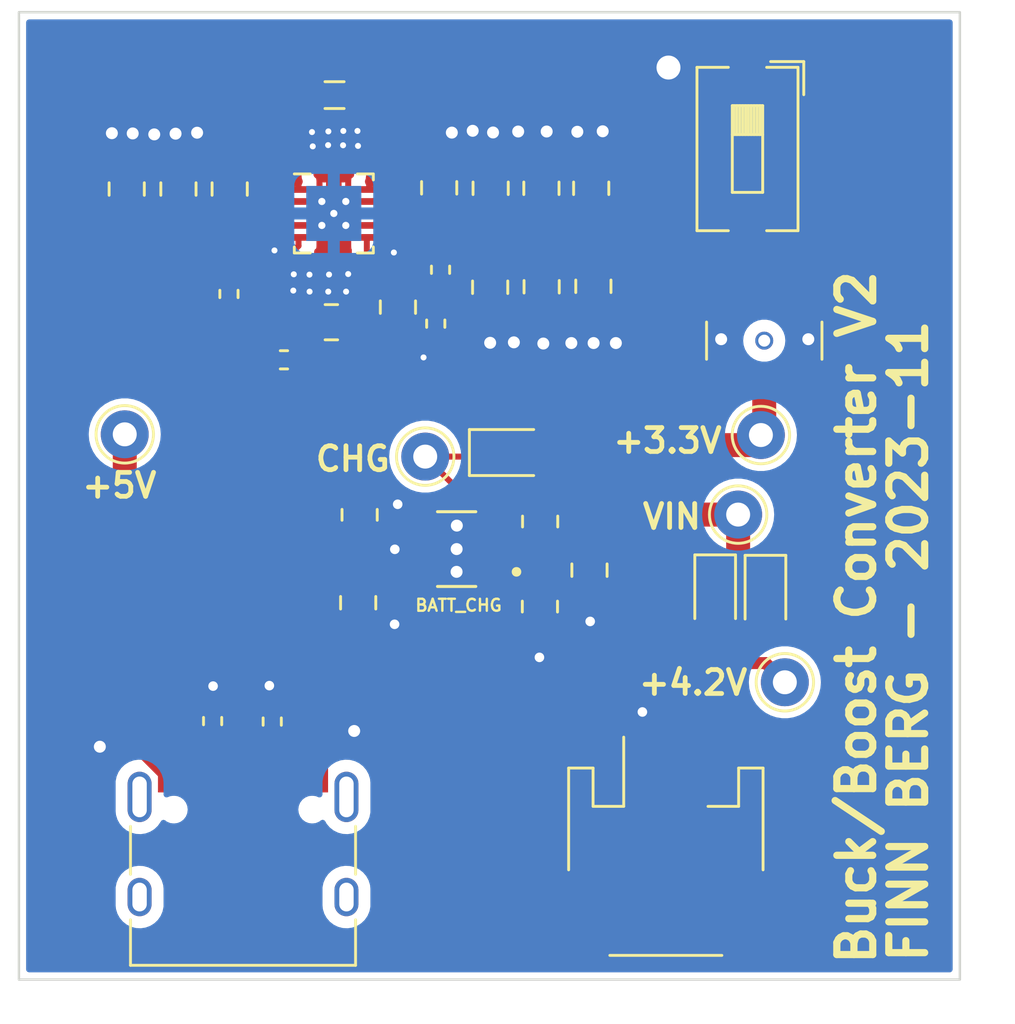
<source format=kicad_pcb>
(kicad_pcb (version 20221018) (generator pcbnew)
  (layers (0 "F.Cu" signal) (31 "B.Cu" power) (34 "B.Paste" user) (35 "F.Paste" user) (36 "B.SilkS" user "B.Silkscreen") (37 "F.SilkS" user "F.Silkscreen") (38 "B.Mask" user) (39 "F.Mask" user) (44 "Edge.Cuts" user))
  (net 0 "")
  (net 1 "Net-(U1-VAUX)")
  (net 2 "GND")
  (net 3 "Net-(D5-K)")
  (net 4 "+3.3V")
  (net 5 "Net-(U1-FB)")
  (net 6 "Net-(D5-A)")
  (net 7 "Net-(D4-K)")
  (net 8 "Net-(J1-CC1)")
  (net 12 "Net-(J1-CC2)")
  (net 17 "Net-(U1-L1)")
  (net 18 "Net-(U1-L2)")
  (net 19 "Net-(U1-EN)")
  (net 20 "PG")
  (net 21 "Net-(D4-A)")
  (net 22 "Net-(U3-ISET)")
  (net 23 "+5V")
  (net 24 "Net-(R9-Pad2)")
  (net 25 "Net-(U3-TS)")
  (footprint "Resistor_SMD:R_0402_1005Metric" (layer "F.Cu") (at 116.58 63.14 90)
    (fp_text reference "R3" hide)
    (fp_text value "360k")
  )
  (footprint "Capacitor_SMD:C_0805_2012Metric" (layer "F.Cu") (at 105.6325 59.77 90)
    (fp_text reference "C3" hide)
    (fp_text value "10u")
  )
  (footprint "Connector_USB:USB_C_Receptacle_HRO_TYPE-C-31-M-12" (layer "F.Cu") (at 108.33 88.275)
    (fp_text reference "J1" hide)
    (fp_text value "USB_C_Receptacle")
  )
  (footprint "Inductor_SMD:L_0805_2012Metric" (layer "F.Cu") (at 112.1525 55.85)
    (fp_text reference "L1" hide)
    (fp_text value "1uH")
  )
  (footprint "Capacitor_SMD:C_0805_2012Metric" (layer "F.Cu") (at 120.7925 59.74 90)
    (fp_text reference "C7" hide)
    (fp_text value "10u")
  )
  (footprint "Button_Switch_SMD:SW_DIP_SPSTx01_Slide_6.7x4.1mm_W6.73mm_P2.54mm_LowProfile_JPin" (layer "F.Cu") (at 129.4 58.1 -90)
    (fp_text reference "SW1" hide)
    (fp_text value "SW_Push")
  )
  (footprint "Resistor_SMD:R_0402_1005Metric" (layer "F.Cu") (at 116.38 65.39 90)
    (fp_text reference "R5" hide)
    (fp_text value "64.9k")
  )
  (footprint "TestPoint:TestPoint_THTPad_D2.0mm_Drill1.0mm" (layer "F.Cu") (at 130.96 80.36)
    (fp_text reference "TP2" hide)
    (fp_text value "TestPoint")
  )
  (footprint "Resistor_SMD:R_0805_2012Metric" (layer "F.Cu") (at 120.73 77.2 -90)
    (fp_text reference "R12" hide)
    (fp_text value "10k")
  )
  (footprint "Capacitor_SMD:C_0805_2012Metric" (layer "F.Cu") (at 116.5225 59.72 90)
    (fp_text reference "C5" hide)
    (fp_text value "0.1u")
  )
  (footprint "Capacitor_SMD:C_0805_2012Metric" (layer "F.Cu") (at 122.8725 59.74 90)
    (fp_text reference "C8" hide)
    (fp_text value "10u")
  )
  (footprint "Resistor_SMD:R_0402_1005Metric" (layer "F.Cu") (at 107.7425 64.15 -90)
    (fp_text reference "R1" hide)
    (fp_text value "100k")
  )
  (footprint "Capacitor_SMD:C_0805_2012Metric" (layer "F.Cu") (at 112.02 65.33 180)
    (fp_text reference "C1" hide)
    (fp_text value "0.1u")
  )
  (footprint "Capacitor_SMD:C_0805_2012Metric" (layer "F.Cu") (at 107.7725 59.77 90)
    (fp_text reference "C4" hide)
    (fp_text value "0.1u")
  )
  (footprint "Capacitor_SMD:C_0805_2012Metric" (layer "F.Cu") (at 118.6525 63.87 -90)
    (fp_text reference "C9" hide)
    (fp_text value "10u")
  )
  (footprint "Diode_SMD:D_0805_2012Metric" (layer "F.Cu") (at 119.47 70.77)
    (fp_text reference "D4" hide)
    (fp_text value "LED")
  )
  (footprint "Diode_SMD:D_SOD-323" (layer "F.Cu") (at 128.05 76.6525 -90)
    (fp_text reference "D6" hide)
    (fp_text value "1N5819WS")
  )
  (footprint "Resistor_SMD:R_0805_2012Metric" (layer "F.Cu") (at 120.74 73.65 90)
    (fp_text reference "R14" hide)
    (fp_text value "1k5")
  )
  (footprint "Capacitor_SMD:C_0805_2012Metric" (layer "F.Cu") (at 103.4725 59.77 90)
    (fp_text reference "C2" hide)
    (fp_text value "10u")
  )
  (footprint "Capacitor_SMD:C_0805_2012Metric" (layer "F.Cu") (at 113.14 77.04 -90)
    (fp_text reference "C15" hide)
    (fp_text value "10u")
  )
  (footprint "Diode_SMD:D_SOD-323" (layer "F.Cu") (at 130.15 76.67 -90)
    (fp_text reference "D5" hide)
    (fp_text value "1N5819WS")
  )
  (footprint "Resistor_SMD:R_1218_3246Metric" (layer "F.Cu") (at 130.1 66.1 90)
    (fp_text reference "R9" hide)
    (fp_text value "18")
  )
  (footprint "Capacitor_SMD:C_0805_2012Metric" (layer "F.Cu") (at 118.6725 59.74 90)
    (fp_text reference "C6" hide)
    (fp_text value "10u")
  )
  (footprint "Resistor_SMD:R_0402_1005Metric" (layer "F.Cu") (at 107.06 81.98 90)
    (fp_text reference "R10" hide)
    (fp_text value "5.1k")
  )
  (footprint "Capacitor_SMD:C_0805_2012Metric" (layer "F.Cu") (at 122.9625 63.83 -90)
    (fp_text reference "C11" hide)
    (fp_text value "10u")
  )
  (footprint "TestPoint:TestPoint_THTPad_D2.0mm_Drill1.0mm" (layer "F.Cu") (at 115.94 70.94)
    (fp_text reference "TP5" hide)
    (fp_text value "TestPoint")
  )
  (footprint "Resistor_SMD:R_0402_1005Metric" (layer "F.Cu") (at 110.04 66.9)
    (fp_text reference "R2" hide)
    (fp_text value "100k")
  )
  (footprint "Capacitor_SMD:C_0805_2012Metric" (layer "F.Cu") (at 120.8025 63.85 -90)
    (fp_text reference "C10" hide)
    (fp_text value "10u")
  )
  (footprint "BQ21040DBVR:SOT95P280X145-6N" (layer "F.Cu") (at 117.2525 74.8 180)
    (fp_text reference "U3" hide)
    (fp_text value "BQ21040DBVR")
  )
  (footprint "Resistor_SMD:R_0805_2012Metric" (layer "F.Cu") (at 113.2 73.37 90)
    (fp_text reference "R13" hide)
    (fp_text value "680")
  )
  (footprint "Capacitor_SMD:C_0805_2012Metric" (layer "F.Cu") (at 114.8 64.7 -90)
    (fp_text reference "C12" hide)
    (fp_text value "2.2p")
  )
  (footprint "Package_SON:Texas_S-PWSON-N10_ThermalVias" (layer "F.Cu") (at 112.1225 60.79)
    (fp_text reference "U1" hide)
    (fp_text value "TPS63060")
  )
  (footprint "TestPoint:TestPoint_THTPad_D2.0mm_Drill1.0mm" (layer "F.Cu") (at 129.96 70.04)
    (fp_text reference "TP3" hide)
    (fp_text value "TestPoint")
  )
  (footprint "TestPoint:TestPoint_THTPad_D2.0mm_Drill1.0mm" (layer "F.Cu") (at 103.39 70.01)
    (fp_text reference "TP1" hide)
    (fp_text value "TestPoint")
  )
  (footprint "TestPoint:TestPoint_THTPad_D2.0mm_Drill1.0mm" (layer "F.Cu") (at 129.01 73.36)
    (fp_text reference "TP4" hide)
    (fp_text value "TestPoint")
  )
  (footprint "Resistor_SMD:R_0402_1005Metric" (layer "F.Cu") (at 109.55 82 90)
    (fp_text reference "R11" hide)
    (fp_text value "5.1k")
  )
  (footprint "Capacitor_SMD:C_0805_2012Metric" (layer "F.Cu") (at 122.8 75.68 -90)
    (fp_text reference "C16" hide)
    (fp_text value "10u")
  )
  (footprint "Connector_JST:JST_PH_S2B-PH-SM4-TB_1x02-1MP_P2.00mm_Horizontal" (layer "F.Cu") (at 125.99 87.25)
    (fp_text reference "J3" hide)
    (fp_text value "Conn_01x02_Socket")
  )
  (gr_rect (start 98.97 52.39) (end 138.27 92.77) (stroke (width 0.1)) (fill none) (layer "Edge.Cuts"))
  (gr_text "+3.3V" (at 123.69 70.86) (layer "F.SilkS") (effects (font (size 1 1) (thickness 0.2) bold) (justify left bottom)))
  (gr_text "VIN" (at 124.92 74.03) (layer "F.SilkS") (effects (font (size 1 1) (thickness 0.2) bold) (justify left bottom)))
  (gr_text "BATT_CHG" (at 115.47 77.44) (layer "F.SilkS") (effects (font (size 0.5 0.5) (thickness 0.1) bold) (justify left bottom)))
  (gr_text "FINN BERG - 2023-11\n" (at 137 92.2 90) (layer "F.SilkS") (effects (font (size 1.5 1.5) (thickness 0.3) bold) (justify left bottom)))
  (gr_text "Buck/Boost Converter V2" (at 134.83 92.28 90) (layer "F.SilkS") (effects (font (size 1.5 1.5) (thickness 0.3) bold) (justify left bottom)))
  (gr_text "CHG" (at 111.26 71.62) (layer "F.SilkS") (effects (font (size 1 1) (thickness 0.2) bold) (justify left bottom)))
  (gr_text "+4.2V" (at 124.76 80.96) (layer "F.SilkS") (effects (font (size 1 1) (thickness 0.2) bold) (justify left bottom)))
  (gr_text "+5V" (at 101.51 72.73) (layer "F.SilkS") (effects (font (size 1 1) (thickness 0.2) bold) (justify left bottom)))
  (via (at 130.1 66.1) (size 0.75) (drill 0.5) (layers "F.Cu" "B.Cu") (net 0))
  (segment (start 113.5 61.8875) (end 113.5 64.8) (width 0.25) (layer "F.Cu") (net 1))
  (segment (start 113.5 64.8) (end 112.97 65.33) (width 0.25) (layer "F.Cu") (net 1))
  (segment (start 113.5975 61.79) (end 113.5 61.8875) (width 0.25) (layer "F.Cu") (net 1))
  (segment (start 107.7725 58.82) (end 107.7725 58.78) (width 0.5) (layer "F.Cu") (net 2))
  (segment (start 111.338628 57.392622) (end 111.210391 57.392622) (width 0.25) (layer "F.Cu") (net 2))
  (segment (start 120.73 78.1125) (end 120.73 79.3005) (width 0.5) (layer "F.Cu") (net 2))
  (segment (start 109.55 80.62) (end 109.43 80.5) (width 0.25) (layer "F.Cu") (net 2))
  (segment (start 111.076382 63.112183) (end 110.975532 63.213032) (width 0.25) (layer "F.Cu") (net 2))
  (segment (start 112.7225 63.319115) (end 112.512518 63.319115) (width 0.25) (layer "F.Cu") (net 2))
  (segment (start 120.8025 64.96) (end 122.0425 66.2) (width 0.5) (layer "F.Cu") (net 2))
  (segment (start 118.6725 58.09) (end 118.6725 58.79) (width 0.5) (layer "F.Cu") (net 2))
  (segment (start 122.8725 58.79) (end 122.8725 57.96) (width 0.5) (layer "F.Cu") (net 2))
  (segment (start 115.9975 74.8) (end 114.68 74.8) (width 0.5) (layer "F.Cu") (net 2))
  (segment (start 122.8 76.63) (end 122.8 77.79) (width 0.5) (layer "F.Cu") (net 2))
  (segment (start 111.10625 63.34375) (end 111.125532 63.324468) (width 0.25) (layer "F.Cu") (net 2))
  (segment (start 122.8725 57.96) (end 122.2925 57.38) (width 0.5) (layer "F.Cu") (net 2))
  (segment (start 114.68 74.8) (end 114.67 74.81) (width 0.5) (layer "F.Cu") (net 2))
  (segment (start 111.07 66) (end 111.95 66.88) (width 0.5) (layer "F.Cu") (net 2))
  (segment (start 107.06 81.47) (end 107.06 80.54) (width 0.25) (layer "F.Cu") (net 2))
  (segment (start 122.3125 64.78) (end 120.8725 66.22) (width 0.5) (layer "F.Cu") (net 2))
  (segment (start 111.5225 59.365) (end 111.7225 59.365) (width 0.25) (layer "F.Cu") (net 2))
  (segment (start 112.624103 63.319115) (end 111.89 64.053218) (width 0.25) (layer "F.Cu") (net 2))
  (segment (start 116.5225 58.74) (end 116.5225 58.77) (width 0.5) (layer "F.Cu") (net 2))
  (segment (start 112.3225 63.129097) (end 112.110713 63.340884) (width 0.25) (layer "F.Cu") (net 2))
  (segment (start 103.9 83.05) (end 105.08 84.23) (width 0.5) (layer "F.Cu") (net 2))
  (segment (start 111.884048 57.938042) (end 111.338628 57.392622) (width 0.25) (layer "F.Cu") (net 2))
  (segment (start 107.7725 58.78) (end 106.4125 57.42) (width 0.5) (layer "F.Cu") (net 2))
  (segment (start 122.9625 65.28) (end 122.0425 66.2) (width 0.5) (layer "F.Cu") (net 2))
  (segment (start 111.4525 57.78) (end 111.2425 57.99) (width 0.25) (layer "F.Cu") (net 2))
  (segment (start 105.6325 58.82) (end 105.6325 57.58) (width 0.5) (layer "F.Cu") (net 2))
  (segment (start 112.634834 64.053218) (end 112.634834 63.406781) (width 0.25) (layer "F.Cu") (net 2))
  (segment (start 113.110166 57.947666) (end 113.1325 57.97) (width 0.25) (layer "F.Cu") (net 2))
  (segment (start 111.9225 63.340884) (end 111.822334 63.340884) (width 0.25) (layer "F.Cu") (net 2))
  (segment (start 111.9225 64.020718) (end 111.9225 63.340884) (width 0.25) (layer "F.Cu") (net 2))
  (segment (start 109.55 81.49) (end 109.55 80.62) (width 0.25) (layer "F.Cu") (net 2))
  (segment (start 112.707969 57.944531) (end 112.9075 57.745) (width 0.25) (layer "F.Cu") (net 2))
  (segment (start 119.8225 57.37) (end 118.6725 58.52) (width 0.5) (layer "F.Cu") (net 2))
  (segment (start 112.3225 62.215) (end 112.3225 63.129097) (width 0.25) (layer "F.Cu") (net 2))
  (segment (start 111.125532 63.324468) (end 111.125532 63.063032) (width 0.25) (layer "F.Cu") (net 2))
  (segment (start 105.6325 58.82) (end 103.4725 58.82) (width 0.5) (layer "F.Cu") (net 2))
  (segment (start 111.9225 63.340884) (end 112.1225 63.140884) (width 0.25) (layer "F.Cu") (net 2))
  (segment (start 122.9225 64.82) (end 122.9625 64.78) (width 0.5) (layer "F.Cu") (net 2))
  (segment (start 111.425532 63.024468) (end 111.425532 62.763032) (width 0.25) (layer "F.Cu") (net 2))
  (segment (start 110.473218 64.053218) (end 110.43 64.01) (width 0.25) (layer "F.Cu") (net 2))
  (segment (start 105.6325 58.82) (end 105.6325 58.2) (width 0.5) (layer "F.Cu") (net 2))
  (segment (start 111.5225 62.666065) (end 111.425532 62.763032) (width 0.25) (layer "F.Cu") (net 2))
  (segment (start 113.1325 57.97) (end 112.7225 58.38) (width 0.25) (layer "F.Cu") (net 2))
  (segment (start 111.2425 57.99) (end 111.35209 58.09959) (width 0.25) (layer "F.Cu") (net 2))
  (segment (start 112.634834 64.053218) (end 110.473218 64.053218) (width 0.25) (layer "F.Cu") (net 2))
  (segment (start 111.7225 58.09959) (end 111.884048 57.938042) (width 0.25) (layer "F.Cu") (net 2))
  (segment (start 116.38 66.29) (end 115.87 66.8) (width 0.25) (layer "F.Cu") (net 2))
  (segment (start 118.6525 64.82) (end 118.6525 65.18) (width 0.5) (layer "F.Cu") (net 2))
  (segment (start 120.7925 58.79) (end 120.7925 57.59) (width 0.5) (layer "F.Cu") (net 2))
  (segment (start 111.867654 57.364846) (end 111.4525 57.78) (width 0.25) (layer "F.Cu") (net 2))
  (segment (start 112.634834 64.053218) (end 112.346782 64.053218) (width 0.25) (layer "F.Cu") (net 2))
  (segment (start 112.7225 58.38) (end 112.7225 59.365) (width 0.25) (layer "F.Cu") (net 2))
  (segment (start 113.1325 57.97) (end 112.7025 57.97) (width 0.25) (layer "F.Cu") (net 2))
  (segment (start 122.9625 64.78) (end 122.3125 64.78) (width 0.5) (layer "F.Cu") (net 2))
  (segment (start 111.257116 57.345897) (end 111.210391 57.392622) (width 0.25) (layer "F.Cu") (net 2))
  (segment (start 110.43 64.01) (end 110.45 63.99) (width 0.25) (layer "F.Cu") (net 2))
  (segment (start 122.8725 58.79) (end 122.4325 58.79) (width 0.5) (layer "F.Cu") (net 2))
  (segment (start 114.61 77.99) (end 114.66 77.94) (width 0.5) (layer "F.Cu") (net 2))
  (segment (start 111.210391 57.392622) (end 111.210391 57.537891) (width 0.25) (layer "F.Cu") (net 2))
  (segment (start 112.5025 59.365) (end 112.3225 59.365) (width 0.25) (layer "F.Cu") (net 2))
  (segment (start 112.082295 57.739795) (end 111.884048 57.938042) (width 0.25) (layer "F.Cu") (net 2))
  (segment (start 111.10625 63.34375) (end 111.10625 63.142051) (width 0.25) (layer "F.Cu") (net 2))
  (segment (start 112.110713 63.340884) (end 111.9225 63.340884) (width 0.25) (layer "F.Cu") (net 2))
  (segment (start 113.48 66.88) (end 114.78 65.58) (width 0.5) (layer "F.Cu") (net 2))
  (segment (start 110.46375 63.34375) (end 110.45 63.33) (width 0.25) (layer "F.Cu") (net 2))
  (segment (start 112.512518 63.319115) (end 112.3225 63.129097) (width 0.25) (layer "F.Cu") (net 2))
  (segment (start 111.822334 63.340884) (end 111.11 64.053218) (width 0.25) (layer "F.Cu") (net 2))
  (segment (start 111.5225 62.992746) (end 111.6875 63.157746) (width 0.25) (layer "F.Cu") (net 2))
  (segment (start 111.58 83.785) (end 111.58 84.23) (width 0.5) (layer "F.Cu") (net 2))
  (segment (start 112.346782 64.053218) (end 111.07 65.33) (width 0.25) (layer "F.Cu") (net 2))
  (segment (start 111.11 64.053218) (end 111.11 63.99) (width 0.25) (layer "F.Cu") (net 2))
  (segment (start 111.9225 59.365) (end 112.1225 59.365) (width 0.25) (layer "F.Cu") (net 2))
  (segment (start 113.6725 72.93) (end 113.2 72.4575) (width 0.5) (layer "F.Cu") (net 2))
  (segment (start 112.1225 63.140884) (end 112.1225 60.79) (width 0.25) (layer "F.Cu") (net 2))
  (segment (start 112.1225 59.365) (end 112.1225 58.176494) (width 0.25) (layer "F.Cu") (net 2))
  (segment (start 117.9225 57.34) (end 118.6725 58.09) (width 0.5) (layer "F.Cu") (net 2))
  (segment (start 111.10625 63.34375) (end 111.425532 63.024468) (width 0.25) (layer "F.Cu") (net 2))
  (segment (start 120.8825 58.79) (end 122.2925 57.38) (width 0.5) (layer "F.Cu") (net 2))
  (segment (start 111.7225 59.365) (end 111.7225 58.09959) (width 0.25) (layer "F.Cu") (net 2))
  (segment (start 122.8 77.79) (end 122.83 77.82) (width 0.5) (layer "F.Cu") (net 2))
  (segment (start 118.6725 57.51) (end 118.7725 57.41) (width 0.5) (layer "F.Cu") (net 2))
  (segment (start 110.45 63.33) (end 110.858564 63.33) (width 0.25) (layer "F.Cu") (net 2))
  (segment (start 111.6875 63.157746) (end 111.501496 63.34375) (width 0.25) (layer "F.Cu") (net 2))
  (segment (start 118.6525 65.18) (end 119.6425 66.17) (width 0.5) (layer "F.Cu") (net 2))
  (segment (start 117.051262 57.415486) (end 117.297986 57.415486) (width 0.5) (layer "F.Cu") (net 2))
  (segment (start 111.10625 63.34375) (end 110.975532 63.213032) (width 0.25) (layer "F.Cu") (net 2))
  (segment (start 114.6305 62.42) (end 114.6305 61.608) (width 0.25) (layer "F.Cu") (net 2))
  (segment (start 118.6525 64.82) (end 118.6525 66.19) (width 0.5) (layer "F.Cu") (net 2))
  (segment (start 112.519512 57.357012) (end 112.9075 57.745) (width 0.25) (layer "F.Cu") (net 2))
  (segment (start 113.1325 57.97) (end 112.8225 58.28) (width 0.25) (layer "F.Cu") (net 2))
  (segment (start 112.7025 57.97) (end 112.277295 57.544795) (width 0.25) (layer "F.Cu") (net 2))
  (segment (start 111.35209 58.09959) (end 111.7225 58.09959) (width 0.25) (layer "F.Cu") (net 2))
  (segment (start 111.501496 63.34375) (end 111.10625 63.34375) (width 0.25) (layer "F.Cu") (net 2))
  (segment (start 111.210391 57.957891) (end 111.2425 57.99) (width 0.25) (layer "F.Cu") (net 2))
  (segment (start 113.1325 57.97) (end 111.2625 57.97) (width 0.25) (layer "F.Cu") (net 2))
  (segment (start 112.8225 58.28) (end 112.5025 58.28) (width 0.25) (layer "F.Cu") (net 2))
  (segment (start 112.1225 58.176494) (end 111.884048 57.938042) (width 0.25) (layer "F.Cu") (net 2))
  (segment (start 112.508517 57.944531) (end 112.707969 57.944531) (width 0.25) (layer "F.Cu") (net 2))
  (segment (start 112.533986 57.97) (end 112.508517 57.944531) (width 0.25) (layer "F.Cu") (net 2))
  (segment (start 111.95 66.88) (end 113.48 66.88) (width 0.5) (layer "F.Cu") (net 2))
  (segment (start 111.894848 57.364846) (end 111.894848 57.927242) (width 0.25) (layer "F.Cu") (net 2))
  (segment (start 122.8725 58.79) (end 116.5425 58.79) (width 0.5) (layer "F.Cu") (net 2))
  (segment (start 111.5225 62.215) (end 111.5225 62.666065) (width 0.25) (layer "F.Cu") (net 2))
  (segment (start 111.884048 57.938042) (end 111.9225 57.976494) (width 0.25) (layer "F.Cu") (net 2))
  (segment (start 112.277295 57.544795) (end 112.082295 57.739795) (width 0.25) (layer "F.Cu") (net 2))
  (segment (start 111.894848 57.364846) (end 111.928832 57.364846) (width 0.25) (layer "F.Cu") (net 2))
  (segment (start 111.210391 57.537891) (end 111.4525 57.78) (width 0.25) (layer "F.Cu") (net 2))
  (segment (start 111.894848 57.364846) (end 111.867654 57.364846) (width 0.25) (layer "F.Cu") (net 2))
  (segment (start 111.9225 63.340884) (end 111.9225 62.922746) (width 0.25) (layer "F.Cu") (net 2))
  (segment (start 109.643767 62.333767) (end 109.643767 61.766233) (width 0.25) (layer "F.Cu") (net 2))
  (segment (start 111.2625 57.97) (end 111.2425 57.99) (width 0.25) (layer "F.Cu") (net 2))
  (segment (start 116.38 65.9) (end 116.38 66.29) (width 0.25) (layer "F.Cu") (net 2))
  (segment (start 112.5025 57.950548) (end 112.508517 57.944531) (width 0.25) (layer "F.Cu") (net 2))
  (segment (start 111.9225 62.922746) (end 111.501496 63.34375) (width 0.25) (layer "F.Cu") (net 2))
  (segment (start 120.7925 57.59) (end 121.0125 57.37) (width 0.5) (layer "F.Cu") (net 2))
  (segment (start 120.73 79.3005) (end 120.71 79.3205) (width 0.5) (layer "F.Cu") (net 2))
  (segment (start 111.10625 63.34375) (end 110.44 64.01) (width 0.25) (layer "F.Cu") (net 2))
  (segment (start 111.894848 57.927242) (end 111.884048 57.938042) (width 0.25) (layer "F.Cu") (net 2))
  (segment (start 120.8025 64.8) (end 120.8025 65.01) (width 0.5) (layer "F.Cu") (net 2))
  (segment (start 120.7925 58.34) (end 120.7925 58.79) (width 0.5) (layer "F.Cu") (net 2))
  (segment (start 111.870638 63.340884) (end 111.6875 63.157746) (width 0.25) (layer "F.Cu") (net 2))
  (segment (start 119.8225 57.37) (end 120.7925 58.34) (width 0.5) (layer "F.Cu") (net 2))
  (segment (start 111.210391 57.392622) (end 111.210391 57.957891) (width 0.25) (layer "F.Cu") (net 2))
  (segment (start 111.11 64.053218) (end 111.11 63.3475) (width 0.25) (layer "F.Cu") (net 2))
  (segment (start 112.475557 57.346533) (end 112.277295 57.544795) (width 0.25) (layer "F.Cu") (net 2))
  (segment (start 113.107151 57.345897) (end 112.508517 57.944531) (width 0.25) (layer "F.Cu") (net 2))
  (segment (start 111.180532 63.34375) (end 111.10625 63.34375) (width 0.25) (layer "F.Cu") (net 2))
  (segment (start 103.4725 57.7) (end 103.7225 57.45) (width 0.5) (layer "F.Cu") (net 2))
  (segment (start 112.5025 58.28) (end 112.5025 57.950548) (width 0.25) (layer "F.Cu") (net 2))
  (segment (start 110.12 61.29) (end 110.6475 61.29) (width 0.25) (layer "F.Cu") (net 2))
  (segment (start 112.7225 59.365) (end 112.5025 59.365) (width 0.25) (layer "F.Cu") (net 2))
  (segment (start 116.5225 57.944248) (end 116.5225 58.77) (width 0.5) (layer "F.Cu") (net 2))
  (segment (start 112.634834 64.053218) (end 111.9225 63.340884) (width 0.25) (layer "F.Cu") (net 2))
  (segment (start 114.79 72.93) (end 113.6725 72.93) (width 0.5) (layer "F.Cu") (net 2))
  (segment (start 103.4725 58.64) (end 104.6225 57.49) (width 0.5) (layer "F.Cu") (net 2))
  (segment (start 105.6325 57.58) (end 105.5125 57.46) (width 0.5) (layer "F.Cu") (net 2))
  (segment (start 112.5575 63.154115) (end 112.5575 61.35) (width 0.25) (layer "F.Cu") (net 2))
  (segment (start 112.8225 58.258514) (end 112.8225 58.28) (width 0.25) (layer "F.Cu") (net 2))
  (segment (start 112.519512 57.933536) (end 112.508517 57.944531) (width 0.25) (layer "F.Cu") (net 2))
  (segment (start 118.6725 58.79) (end 118.6725 57.51) (width 0.5) (layer "F.Cu") (net 2))
  (segment (start 111.5225 62.666065) (end 111.5225 62.992746) (width 0.25) (layer "F.Cu") (net 2))
  (segment (start 113.110166 57.345897) (end 111.257116 57.345897) (width 0.25) (layer "F.Cu") (net 2))
  (segment (start 103.4725 58.06) (end 102.8525 57.44) (width 0.5) (layer "F.Cu") (net 2))
  (segment (start 112.519512 57.346533) (end 112.475557 57.346533) (width 0.25) (layer "F.Cu") (net 2))
  (segment (start 112.5025 59.365) (end 112.5025 58.28) (width 0.25) (layer "F.Cu") (net 2))
  (segment (start 120.8025 64.8) (end 120.8025 64.96) (width 0.5) (layer "F.Cu") (net 2))
  (segment (start 122.9625 66.19) (end 122.9725 66.2) (width 0.5) (layer "F.Cu") (net 2))
  (segment (start 111.5225 58.27) (end 111.5225 59.365) (width 0.25) (layer "F.Cu") (net 2))
  (segment (start 113.1325 57.97) (end 112.533986 57.97) (width 0.25) (layer "F.Cu") (net 2))
  (segment (start 122.9625 64.78) (end 122.9625 66.19) (width 0.5) (layer "F.Cu") (net 2))
  (segment (start 110.44 64.01) (end 110.43 64.01) (width 0.25) (layer "F.Cu") (net 2))
  (segment (start 112.7225 63.319115) (end 112.5575 63.154115) (width 0.25) (layer "F.Cu") (net 2))
  (segment (start 122.9625 65.26) (end 123.9025 66.2) (width 0.5) (layer "F.Cu") (net 2))
  (segment (start 107.06 80.54) (end 107.08 80.52) (width 0.25) (layer "F.Cu") (net 2))
  (segment (start 111.884048 57.938042) (end 111.294458 57.938042) (width 0.25) (layer "F.Cu") (net 2))
  (segment (start 122.4325 58.79) (end 121.0125 57.37) (width 0.5) (layer "F.Cu") (net 2))
  (segment (start 113.1325 57.97) (end 112.3125 57.97) (width 0.25) (layer "F.Cu") (net 2))
  (segment (start 113.14 77.99) (end 114.61 77.99) (width 0.5) (layer "F.Cu") (net 2))
  (segment (start 111.89 64.053218) (end 111.180532 63.34375) (width 0.25) (layer "F.Cu") (net 2))
  (segment (start 113.110166 57.345897) (end 113.110166 57.947666) (width 0.25) (layer "F.Cu") (net 2))
  (segment (start 111.89 64.053218) (end 111.9225 64.020718) (width 0.25) (layer "F.Cu") (net 2))
  (segment (start 112.9075 57.745) (end 113.1325 57.97) (width 0.25) (layer "F.Cu") (net 2))
  (segment (start 111.9225 57.976494) (end 111.9225 59.365) (width 0.25) (layer "F.Cu") (net 2))
  (segment (start 111.125532 63.063032) (end 111.076382 63.112183) (width 0.25) (layer "F.Cu") (net 2))
  (segment (start 112.519512 57.346533) (end 112.519512 57.357012) (width 0.25) (layer "F.Cu") (net 2))
  (segment (start 105.6325 58.82) (end 105.6325 58.5) (width 0.5) (layer "F.Cu") (net 2))
  (segment (start 117.297986 57.415486) (end 118.6725 58.79) (width 0.5) (layer "F.Cu") (net 2))
  (segment (start 111.11 63.3475) (end 111.10625 63.34375) (width 0.25) (layer "F.Cu") (net 2))
  (segment (start 112.634834 63.406781) (end 112.7225 63.319115) (width 0.25) (layer "F.Cu") (net 2))
  (segment (start 111.11 63.99) (end 110.45 63.33) (width 0.25) (layer "F.Cu") (net 2))
  (segment (start 111.9225 63.340884) (end 111.870638 63.340884) (width 0.25) (layer "F.Cu") (net 2))
  (segment (start 111.6875 61.35) (end 111.6875 63.157746) (width 0.25) (layer "F.Cu") (net 2))
  (segment (start 105.6325 58.2) (end 106.4125 57.42) (width 0.5) (layer "F.Cu") (net 2))
  (segment (start 122.9625 64.78) (end 122.9625 65.28) (width 0.5) (layer "F.Cu") (net 2))
  (segment (start 112.3125 57.97) (end 112.082295 57.739795) (width 0.25) (layer "F.Cu") (net 2))
  (segment (start 112.508517 57.944531) (end 112.3225 58.130548) (width 0.25) (layer "F.Cu") (net 2))
  (segment (start 120.7925 58.79) (end 120.8825 58.79) (width 0.5) (layer "F.Cu") (net 2))
  (segment (start 111.5125 58.26) (end 111.5125 58.31) (width 0.25) (layer "F.Cu") (net 2))
  (segment (start 112.508517 57.944531) (end 112.8225 58.258514) (width 0.25) (layer "F.Cu") (net 2))
  (segment (start 112.519512 57.346533) (end 112.519512 57.933536) (width 0.25) (layer "F.Cu") (net 2))
  (segment (start 102.35 83.05) (end 103.9 83.05) (width 0.5) (layer "F.Cu") (net 2))
  (segment (start 114.3125 61.29) (end 113.5975 61.29) (width 0.25) (layer "F.Cu") (net 2))
  (segment (start 111.425532 62.763032) (end 111.125532 63.063032) (width 0.25) (layer "F.Cu") (net 2))
  (segment (start 122.8725 57.84) (end 123.3525 57.36) (width 0.5) (layer "F.Cu") (net 2))
  (segment (start 114.6305 61.608) (end 114.3125 61.29) (width 0.25) (layer "F.Cu") (net 2))
  (segment (start 103.4725 58.82) (end 103.4725 58.06) (width 0.5) (layer "F.Cu") (net 2))
  (segment (start 117.9225 57.34) (end 116.5225 58.74) (width 0.5) (layer "F.Cu") (net 2))
  (segment (start 120.8025 66.15) (end 120.8725 66.22) (width 0.5) (layer "F.Cu") (net 2))
  (segment (start 112.7225 63.319115) (end 112.711615 63.33) (width 0.25) (layer "F.Cu") (net 2))
  (segment (start 118.6525 64.82) (end 122.9225 64.82) (width 0.5) (layer "F.Cu") (net 2))
  (segment (start 122.9625 64.78) (end 122.9625 65.26) (width 0.5) (layer "F.Cu") (net 2))
  (segment (start 103.4725 58.82) (end 103.4725 58.64) (width 0.5) (layer "F.Cu") (net 2))
  (segment (start 112.3225 58.130548) (end 112.3225 59.365) (width 0.25) (layer "F.Cu") (net 2))
  (segment (start 111.2425 57.99) (end 111.5125 58.26) (width 0.25) (layer "F.Cu") (net 2))
  (segment (start 111.10625 63.142051) (end 111.076382 63.112183) (width 0.25) (layer "F.Cu") (net 2))
  (segment (start 112.9725 82.3925) (end 111.58 83.785) (width 0.5) (layer "F.Cu") (net 2))
  (segment (start 109.643767 61.766233) (end 110.12 61.29) (width 0.25) (layer "F.Cu") (net 2))
  (segment (start 112.1225 59.365) (end 112.3225 59.365) (width 0.25) (layer "F.Cu") (net 2))
  (segment (start 124.99 81.62) (end 125.01 81.6) (width 0.5) (layer "F.Cu") (net 2))
  (segment (start 107.7725 58.82) (end 105.6325 58.82) (width 0.5) (layer "F.Cu") (net 2))
  (segment (start 113.110166 57.345897) (end 113.107151 57.345897) (width 0.25) (layer "F.Cu") (net 2))
  (segment (start 111.07 65.33) (end 111.07 66) (width 0.5) (layer "F.Cu") (net 2))
  (segment (start 110.45 63.99) (end 110.45 63.33) (width 0.25) (layer "F.Cu") (net 2))
  (segment (start 117.051262 57.415486) (end 116.5225 57.944248) (width 0.5) (layer "F.Cu") (net 2))
  (segment (start 126.135 54.735) (end 126.1 54.7) (width 1) (layer "F.Cu") (net 2))
  (segment (start 105.6325 58.5) (end 104.6225 57.49) (width 0.5) (layer "F.Cu") (net 2))
  (segment (start 110.858564 63.33) (end 110.975532 63.213032) (width 0.25) (layer "F.Cu") (net 2))
  (segment (start 129.4 54.735) (end 126.135 54.735) (width 1) (layer "F.Cu") (net 2))
  (segment (start 103.4725 58.82) (end 103.4725 57.7) (width 0.5) (layer "F.Cu") (net 2))
  (segment (start 111.9225 62.215) (end 111.9225 62.922746) (width 0.25) (layer "F.Cu") (net 2))
  (segment (start 111.928832 57.364846) (end 112.508517 57.944531) (width 0.25) (layer "F.Cu") (net 2))
  (segment (start 112.7225 63.319115) (end 112.624103 63.319115) (width 0.25) (layer "F.Cu") (net 2))
  (segment (start 116.5425 58.79) (end 116.5225 58.77) (width 0.5) (layer "F.Cu") (net 2))
  (segment (start 112.711615 63.33) (end 110.45 63.33) (width 0.25) (layer "F.Cu") (net 2))
  (segment (start 124.99 84.4) (end 124.99 81.62) (width 0.5) (layer "F.Cu") (net 2))
  (segment (start 111.7225 59.365) (end 111.9225 59.365) (width 0.25) (layer "F.Cu") (net 2))
  (segment (start 120.8025 64.8) (end 120.8025 66.15) (width 0.5) (layer "F.Cu") (net 2))
  (segment (start 112.7225 63.319115) (end 112.7225 62.215) (width 0.25) (layer "F.Cu") (net 2))
  (segment (start 111.2425 57.99) (end 111.5225 58.27) (width 0.25) (layer "F.Cu") (net 2))
  (segment (start 122.8725 58.79) (end 122.8725 57.84) (width 0.5) (layer "F.Cu") (net 2))
  (segment (start 111.294458 57.938042) (end 111.2425 57.99) (width 0.25) (layer "F.Cu") (net 2))
  (segment (start 118.6725 58.52) (end 118.6725 58.79) (width 0.5) (layer "F.Cu") (net 2))
  (segment (start 120.8025 65.01) (end 119.6425 66.17) (width 0.5) (layer "F.Cu") (net 2))
  (segment (start 111.10625 63.34375) (end 110.46375 63.34375) (width 0.25) (layer "F.Cu") (net 2))
  (via (at 122.2925 57.38) (size 0.75) (drill 0.5) (layers "F.Cu" "B.Cu") (net 2))
  (via (at 111.9225 63.340884) (size 0.5) (drill 0.25) (layers "F.Cu" "B.Cu") (net 2))
  (via (at 110.45 63.33) (size 0.5) (drill 0.25) (layers "F.Cu" "B.Cu") (net 2))
  (via (at 112.7225 63.319115) (size 0.5) (drill 0.25) (layers "F.Cu" "B.Cu") (net 2))
  (via (at 122.0425 66.2) (size 0.75) (drill 0.5) (layers "F.Cu" "B.Cu") (net 2))
  (via (at 105.5125 57.46) (size 0.75) (drill 0.5) (layers "F.Cu" "B.Cu") (net 2))
  (via (at 122.83 77.82) (size 0.8) (drill 0.4) (layers "F.Cu" "B.Cu") (net 2))
  (via (at 113.1325 57.97) (size 0.5) (drill 0.25) (layers "F.Cu" "B.Cu") (net 2))
  (via (at 111.11 64.053218) (size 0.5) (drill 0.25) (layers "F.Cu" "B.Cu") (net 2))
  (via (at 123.9025 66.2) (size 0.75) (drill 0.5) (layers "F.Cu" "B.Cu") (net 2))
  (via (at 112.508517 57.944531) (size 0.5) (drill 0.25) (layers "F.Cu" "B.Cu") (net 2))
  (via (at 102.35 83.05) (size 0.75) (drill 0.5) (layers "F.Cu" "B.Cu") (net 2))
  (via (at 118.6525 66.19) (size 0.75) (drill 0.5) (layers "F.Cu" "B.Cu") (net 2))
  (via (at 111.884048 57.938042) (size 0.5) (drill 0.25) (layers "F.Cu" "B.Cu") (net 2))
  (via (at 118.7725 57.41) (size 0.75) (drill 0.5) (layers "F.Cu" "B.Cu") (net 2))
  (via (at 115.87 66.8) (size 0.5) (drill 0.25) (layers "F.Cu" "B.Cu") (net 2))
  (via (at 117.26 73.82) (size 0.75) (drill 0.5) (layers "F.Cu" "B.Cu") (net 2))
  (via (at 120.71 79.3205) (size 0.8) (drill 0.4) (layers "F.Cu" "B.Cu") (net 2))
  (via (at 121.0125 57.37) (size 0.75) (drill 0.5) (layers "F.Cu" "B.Cu") (net 2))
  (via (at 111.894848 57.364846) (size 0.5) (drill 0.25) (layers "F.Cu" "B.Cu") (net 2))
  (via (at 117.2525 74.8) (size 0.75) (drill 0.5) (layers "F.Cu" "B.Cu") (net 2))
  (via (at 125.01 81.6) (size 0.8) (drill 0.4) (layers "F.Cu" "B.Cu") (net 2))
  (via (at 112.9725 82.3925) (size 0.75) (drill 0.5) (layers "F.Cu" "B.Cu") (net 2))
  (via (at 111.2425 57.99) (size 0.5) (drill 0.25) (layers "F.Cu" "B.Cu") (net 2))
  (via (at 122.9725 66.2) (size 0.75) (drill 0.5) (layers "F.Cu" "B.Cu") (net 2))
  (via (at 128.3 66.04) (size 0.75) (drill 0.5) (layers "F.Cu" "B.Cu") (net 2))
  (via (at 117.25 75.75) (size 0.75) (drill 0.5) (layers "F.Cu" "B.Cu") (net 2))
  (via (at 119.6425 66.17) (size 0.75) (drill 0.5) (layers "F.Cu" "B.Cu") (net 2))
  (via (at 117.9225 57.34) (size 0.75) (drill 0.5) (layers "F.Cu" "B.Cu") (net 2))
  (via (at 112.634834 64.053218) (size 0.5) (drill 0.25) (layers "F.Cu" "B.Cu") (net 2))
  (via (at 120.8725 66.22) (size 0.75) (drill 0.5) (layers "F.Cu" "B.Cu") (net 2))
  (via (at 123.3525 57.36) (size 0.75) (drill 0.5) (layers "F.Cu" "B.Cu") (net 2))
  (via (at 119.8225 57.37) (size 0.75) (drill 0.5) (layers "F.Cu" "B.Cu") (net 2))
  (via (at 107.08 80.52) (size 0.8) (drill 0.4) (layers "F.Cu" "B.Cu") (net 2))
  (via (at 114.6305 62.42) (size 0.5) (drill 0.25) (layers "F.Cu" "B.Cu") (net 2))
  (via (at 114.79 72.93) (size 0.8) (drill 0.4) (layers "F.Cu" "B.Cu") (net 2))
  (via (at 111.210391 57.392622) (size 0.5) (drill 0.25) (layers "F.Cu" "B.Cu") (net 2))
  (via (at 131.94 66.04) (size 0.75) (drill 0.5) (layers "F.Cu" "B.Cu") (net 2))
  (via (at 111.89 64.053218) (size 0.5) (drill 0.25) (layers "F.Cu" "B.Cu") (net 2))
  (via (at 110.43 64.01) (size 0.5) (drill 0.25) (layers "F.Cu" "B.Cu") (net 2))
  (via (at 109.643767 62.333767) (size 0.5) (drill 0.25) (layers "F.Cu" "B.Cu") (net 2))
  (via (at 112.519512 57.346533) (size 0.5) (drill 0.25) (layers "F.Cu" "B.Cu") (net 2))
  (via (at 106.4125 57.42) (size 0.75) (drill 0.5) (layers "F.Cu" "B.Cu") (net 2))
  (via (at 102.8525 57.44) (size 0.75) (drill 0.5) (layers "F.Cu" "B.Cu") (net 2))
  (via (at 109.43 80.5) (size 0.8) (drill 0.4) (layers "F.Cu" "B.Cu") (net 2))
  (via (at 111.10625 63.34375) (size 0.5) (drill 0.25) (layers "F.Cu" "B.Cu") (net 2))
  (via (at 104.6225 57.49) (size 0.75) (drill 0.5) (layers "F.Cu" "B.Cu") (net 2))
  (via (at 114.67 74.81) (size 0.8) (drill 0.4) (layers "F.Cu" "B.Cu") (net 2))
  (via (at 126.1 54.7) (size 1.5) (drill 1) (layers "F.Cu" "B.Cu") (net 2))
  (via (at 113.110166 57.345897) (size 0.5) (drill 0.25) (layers "F.Cu" "B.Cu") (net 2))
  (via (at 103.7225 57.45) (size 0.75) (drill 0.5) (layers "F.Cu" "B.Cu") (net 2))
  (via (at 114.66 77.94) (size 0.8) (drill 0.4) (layers "F.Cu" "B.Cu") (net 2))
  (via (at 117.051262 57.415486) (size 0.75) (drill 0.5) (layers "F.Cu" "B.Cu") (net 2))
  (segment (start 109.12 60.29) (end 109.08 60.25) (width 0.25) (layer "F.Cu") (net 3))
  (segment (start 110.6475 60.29) (end 109.12 60.29) (width 0.25) (layer "F.Cu") (net 3))
  (segment (start 125.95 73.36) (end 121.2 68.61) (width 1) (layer "F.Cu") (net 3))
  (segment (start 128.0675 75.62) (end 128.05 75.6025) (width 1) (layer "F.Cu") (net 3))
  (segment (start 108.5525 62.83) (end 108.5525 61.584708) (width 0.25) (layer "F.Cu") (net 3))
  (segment (start 108.64 68.61) (end 105.24 65.21) (width 1) (layer "F.Cu") (net 3))
  (segment (start 128.91 75.62) (end 128.0675 75.62) (width 1) (layer "F.Cu") (net 3))
  (segment (start 109.847208 60.29) (end 110.6475 60.29) (width 0.25) (layer "F.Cu") (net 3))
  (segment (start 121.2 68.61) (end 108.64 68.61) (width 1) (layer "F.Cu") (net 3))
  (segment (start 129.01 73.36) (end 129.01 75.52) (width 1) (layer "F.Cu") (net 3))
  (segment (start 107.7425 63.64) (end 108.5525 62.83) (width 0.25) (layer "F.Cu") (net 3))
  (segment (start 130.15 75.62) (end 128.91 75.62) (width 1) (layer "F.Cu") (net 3))
  (segment (start 129.01 75.52) (end 128.91 75.62) (width 1) (layer "F.Cu") (net 3))
  (segment (start 105.24 65.21) (end 105.24 62.69) (width 1) (layer "F.Cu") (net 3))
  (segment (start 129.01 73.36) (end 125.95 73.36) (width 1) (layer "F.Cu") (net 3))
  (segment (start 108.5525 61.584708) (end 109.847208 60.29) (width 0.25) (layer "F.Cu") (net 3))
  (segment (start 115.655 61.615) (end 117.3625 63.3225) (width 0.25) (layer "F.Cu") (net 4))
  (segment (start 127.12 70.46) (end 125.82 69.16) (width 1) (layer "F.Cu") (net 4))
  (segment (start 111.15 67.5) (end 110.55 66.9) (width 0.25) (layer "F.Cu") (net 4))
  (segment (start 115.2825 60.29) (end 115.8225 60.29) (width 0.25) (layer "F.Cu") (net 4))
  (segment (start 129.93 70.46) (end 127.12 70.46) (width 1) (layer "F.Cu") (net 4))
  (segment (start 116.1325 67.5) (end 111.15 67.5) (width 0.25) (layer "F.Cu") (net 4))
  (segment (start 117.3625 66.27) (end 116.1325 67.5) (width 0.25) (layer "F.Cu") (net 4))
  (segment (start 130.1 70.29) (end 129.93 70.46) (width 1) (layer "F.Cu") (net 4))
  (segment (start 115.2825 60.987208) (end 115.655 61.359708) (width 0.25) (layer "F.Cu") (net 4))
  (segment (start 130.1 67.575) (end 130.1 70.29) (width 1) (layer "F.Cu") (net 4))
  (segment (start 125.82 69.16) (end 125.82 62.61) (width 1) (layer "F.Cu") (net 4))
  (segment (start 115.2825 60.29) (end 115.2825 60.987208) (width 0.25) (layer "F.Cu") (net 4))
  (segment (start 117.3625 63.3225) (end 117.3625 66.27) (width 0.25) (layer "F.Cu") (net 4))
  (segment (start 115.8225 60.29) (end 115.8425 60.27) (width 0.25) (layer "F.Cu") (net 4))
  (segment (start 125.82 62.61) (end 124.96 61.75) (width 1) (layer "F.Cu") (net 4))
  (segment (start 113.5975 60.29) (end 115.2825 60.29) (width 0.25) (layer "F.Cu") (net 4))
  (segment (start 115.655 61.359708) (end 115.655 61.615) (width 0.25) (layer "F.Cu") (net 4))
  (segment (start 115.205 63.255) (end 115.205 62.8) (width 0.25) (layer "F.Cu") (net 5))
  (segment (start 116.38 64.62) (end 115.89 64.13) (width 0.25) (layer "F.Cu") (net 5))
  (segment (start 115.89 64.13) (end 115.89 63.485) (width 0.25) (layer "F.Cu") (net 5))
  (segment (start 116.38 64.88) (end 116.38 64.62) (width 0.25) (layer "F.Cu") (net 5))
  (segment (start 116.055 63.65) (end 115.89 63.485) (width 0.25) (layer "F.Cu") (net 5))
  (segment (start 114.448896 60.79) (end 113.8825 60.79) (width 0.25) (layer "F.Cu") (net 5))
  (segment (start 115.205 62.8) (end 115.205 61.546104) (width 0.25) (layer "F.Cu") (net 5))
  (segment (start 114.78 63.68) (end 115.205 63.255) (width 0.25) (layer "F.Cu") (net 5))
  (segment (start 115.89 63.485) (end 115.205 62.8) (width 0.25) (layer "F.Cu") (net 5))
  (segment (start 115.205 61.546104) (end 114.448896 60.79) (width 0.25) (layer "F.Cu") (net 5))
  (segment (start 116.58 63.65) (end 116.055 63.65) (width 0.25) (layer "F.Cu") (net 5))
  (segment (start 130.15939 79.55939) (end 130.96 80.36) (width 0.5) (layer "F.Cu") (net 6))
  (segment (start 129.23 77.2) (end 129.23 77.73) (width 0.5) (layer "F.Cu") (net 6))
  (segment (start 130.14 77.73) (end 130.15 77.72) (width 0.5) (layer "F.Cu") (net 6))
  (segment (start 120.5025 74.8) (end 120.74 74.5625) (width 0.5) (layer "F.Cu") (net 6))
  (segment (start 124.73 76.66) (end 128.69 76.66) (width 0.5) (layer "F.Cu") (net 6))
  (segment (start 129.23 79.07939) (end 128.75 79.55939) (width 0.5) (layer "F.Cu") (net 6))
  (segment (start 122.6325 74.5625) (end 122.8 74.73) (width 0.5) (layer "F.Cu") (net 6))
  (segment (start 129.23 77.73) (end 129.23 79.07939) (width 0.5) (layer "F.Cu") (net 6))
  (segment (start 128.69 76.66) (end 129.23 77.2) (width 0.5) (layer "F.Cu") (net 6))
  (segment (start 118.5075 74.8) (end 120.5025 74.8) (width 0.5) (layer "F.Cu") (net 6))
  (segment (start 122.8 74.73) (end 124.73 76.66) (width 0.5) (layer "F.Cu") (net 6))
  (segment (start 120.74 74.5625) (end 122.6325 74.5625) (width 0.5) (layer "F.Cu") (net 6))
  (segment (start 128.75 79.55939) (end 130.15939 79.55939) (width 0.5) (layer "F.Cu") (net 6))
  (segment (start 126.99 81.31939) (end 126.99 84.4) (width 0.5) (layer "F.Cu") (net 6))
  (segment (start 128.75 79.55939) (end 126.99 81.31939) (width 0.5) (layer "F.Cu") (net 6))
  (segment (start 129.23 77.73) (end 130.14 77.73) (width 0.5) (layer "F.Cu") (net 6))
  (segment (start 118.5075 73.85) (end 118.5075 73.5075) (width 0.25) (layer "F.Cu") (net 7))
  (segment (start 118.5075 73.5075) (end 115.94 70.94) (width 0.25) (layer "F.Cu") (net 7))
  (segment (start 115.94 70.94) (end 118.3625 70.94) (width 0.25) (layer "F.Cu") (net 7))
  (segment (start 118.3625 70.94) (end 118.5325 70.77) (width 0.25) (layer "F.Cu") (net 7))
  (segment (start 107.08 84.23) (end 107.08 82.51) (width 0.25) (layer "F.Cu") (net 8))
  (segment (start 107.08 82.51) (end 107.06 82.49) (width 0.25) (layer "F.Cu") (net 8))
  (segment (start 110.08 83.04) (end 109.55 82.51) (width 0.25) (layer "F.Cu") (net 12))
  (segment (start 110.08 84.23) (end 110.08 83.04) (width 0.25) (layer "F.Cu") (net 12))
  (segment (start 110.6475 59.79) (end 110.6475 59.0825) (width 0.25) (layer "F.Cu") (net 17))
  (segment (start 110.3625 59.3675) (end 110.3625 59.79) (width 0.25) (layer "F.Cu") (net 17))
  (segment (start 110.6475 59.0825) (end 110.3625 59.3675) (width 0.25) (layer "F.Cu") (net 17))
  (segment (start 113.8825 59.4225) (end 113.6 59.14) (width 0.25) (layer "F.Cu") (net 18))
  (segment (start 113.5975 59.1425) (end 113.6 59.14) (width 0.25) (layer "F.Cu") (net 18))
  (segment (start 113.8825 59.79) (end 113.8825 59.4225) (width 0.25) (layer "F.Cu") (net 18))
  (segment (start 113.5975 59.79) (end 113.5975 59.1425) (width 0.25) (layer "F.Cu") (net 18))
  (segment (start 109.983604 60.79) (end 109.0025 61.771104) (width 0.25) (layer "F.Cu") (net 19))
  (segment (start 109.0025 63.4) (end 107.7425 64.66) (width 0.25) (layer "F.Cu") (net 19))
  (segment (start 109.0025 61.771104) (end 109.0025 63.4) (width 0.25) (layer "F.Cu") (net 19))
  (segment (start 110.6475 60.79) (end 109.983604 60.79) (width 0.25) (layer "F.Cu") (net 19))
  (segment (start 109.41 64.148896) (end 109.41 66.78) (width 0.25) (layer "F.Cu") (net 20))
  (segment (start 109.41 66.78) (end 109.53 66.9) (width 0.25) (layer "F.Cu") (net 20))
  (segment (start 109.4525 63.3375) (end 109.4525 64.106396) (width 0.25) (layer "F.Cu") (net 20))
  (segment (start 110.6475 62.1425) (end 109.4525 63.3375) (width 0.25) (layer "F.Cu") (net 20))
  (segment (start 109.4525 64.106396) (end 109.41 64.148896) (width 0.25) (layer "F.Cu") (net 20))
  (segment (start 110.6475 61.79) (end 110.6475 62.1425) (width 0.25) (layer "F.Cu") (net 20))
  (segment (start 120.4075 70.77) (end 120.4075 72.405) (width 0.25) (layer "F.Cu") (net 21))
  (segment (start 120.4075 72.405) (end 120.74 72.7375) (width 0.25) (layer "F.Cu") (net 21))
  (segment (start 113.6325 73.85) (end 113.2 74.2825) (width 0.25) (layer "F.Cu") (net 22))
  (segment (start 115.9975 73.85) (end 113.6325 73.85) (width 0.25) (layer "F.Cu") (net 22))
  (segment (start 113.14 76.09) (end 115.6575 76.09) (width 0.5) (layer "F.Cu") (net 23))
  (segment (start 103.39 73.56) (end 103.44 73.61) (width 1) (layer "F.Cu") (net 23))
  (segment (start 128.05 77.7025) (end 125.332 80.4205) (width 1) (layer "F.Cu") (net 23))
  (segment (start 113.14 76.09) (end 110.92 76.09) (width 0.5) (layer "F.Cu") (net 23))
  (segment (start 110.9 76.07) (end 110.92 76.09) (width 0.5) (layer "F.Cu") (net 23))
  (segment (start 110.78 84.23) (end 110.78 80.66) (width 0.5) (layer "F.Cu") (net 23))
  (segment (start 115.6575 76.09) (end 115.9975 75.75) (width 0.5) (layer "F.Cu") (net 23))
  (segment (start 110.78 80.66) (end 111.27 80.17) (width 0.5) (layer "F.Cu") (net 23))
  (segment (start 125.332 80.4205) (end 111.5205 80.4205) (width 1) (layer "F.Cu") (net 23))
  (segment (start 111.5205 80.4205) (end 111.27 80.17) (width 1) (layer "F.Cu") (net 23))
  (segment (start 103.39 70) (end 103.39 73.56) (width 1) (layer "F.Cu") (net 23))
  (segment (start 105.88 84.23) (end 105.88 82.355) (width 0.5) (layer "F.Cu") (net 23))
  (segment (start 129.4 63.925) (end 130.1 64.625) (width 1) (layer "F.Cu") (net 24))
  (segment (start 129.4 61.465) (end 129.4 63.925) (width 1) (layer "F.Cu") (net 24))
  (segment (start 120.1925 75.75) (end 120.73 76.2875) (width 0.25) (layer "F.Cu") (net 25))
  (segment (start 118.5075 75.75) (end 120.1925 75.75) (width 0.25) (layer "F.Cu") (net 25))
  (zone (net 23) (net_name "+5V") (layer "F.Cu") (priority 1) (connect_pads (clearance 0.5)) (min_thickness 0.25) (fill yes (thermal_gap 0.5) (thermal_bridge_width 0.5))
    (polygon (pts (xy 100.85 72.18) (xy 111.55 72.19) (xy 111.57 83.11) (xy 100.93 83.095) (xy 100.89 75.045)))
  )
  (zone (net 3) (net_name "Net-(D5-K)") (layer "F.Cu") (priority 3) (connect_pads yes (clearance 0.5)) (min_thickness 0.25) (fill yes (thermal_gap 0.5) (thermal_bridge_width 0.5))
    (polygon (pts (xy 109.51 59.95) (xy 110.79 60.01) (xy 110.7 60.44) (xy 109.86 60.48) (xy 106.4 63.73) (xy 100 63.66) (xy 99.98 60) (xy 107.02 59.94) (xy 109.5 59.94)))
  )
  (zone (net 2) (net_name "GND") (layer "F.Cu") (priority 4) (connect_pads yes (clearance 0.5)) (min_thickness 0.25) (fill yes (thermal_gap 0.5) (thermal_bridge_width 0.5))
    (polygon (pts (xy 108.8 57.9) (xy 103.2 55.5) (xy 99.4 55.5) (xy 99.4 59.7) (xy 108.8 59.7)))
  )
  (zone (net 2) (net_name "GND") (layer "F.Cu") (priority 7) (connect_pads yes (clearance 0.5)) (min_thickness 0.25) (fill yes (thermal_gap 0.5) (thermal_bridge_width 0.5))
    (polygon (pts (xy 117.7 64) (xy 124.2 64) (xy 124.2 67.3) (xy 117.7 67.3)))
  )
  (zone (net 4) (net_name "+3.3V") (layer "F.Cu") (priority 3) (connect_pads yes (clearance 0.5)) (min_thickness 0.25) (fill yes (thermal_gap 0.5) (thermal_bridge_width 0.5))
    (polygon (pts (xy 114.509736 60.022481) (xy 114.069736 60.062481) (xy 114.069736 60.552481) (xy 115.899736 60.532481) (xy 118.107099 63.558452) (xy 126.509736 63.542481) (xy 126.489599 59.938452) (xy 117.129599 60.038452) (xy 114.519736 60.012481)))
  )
  (zone (net 2) (net_name "GND") (layer "F.Cu") (priority 6) (connect_pads yes (clearance 0.5)) (min_thickness 0.25) (fill yes (thermal_gap 0.5) (thermal_bridge_width 0.5))
    (polygon (pts (xy 112.9 62) (xy 112.9 64.2) (xy 112.1 64.6) (xy 112.1 66.3) (xy 109.8 66.3) (xy 109.8 63.2) (xy 111.3 62.5) (xy 111.3 62)))
  )
  (zone (net 18) (net_name "Net-(U1-L2)") (layer "F.Cu") (priority 2) (connect_pads yes (clearance 0.5)) (min_thickness 0.25) (fill yes (thermal_gap 0.5) (thermal_bridge_width 0.5))
    (polygon (pts (xy 113.210882 59.953096) (xy 113.210882 58.563096) (xy 112.780882 58.023096) (xy 112.800882 52.873096) (xy 119.940882 52.843096) (xy 119.890882 55.683096) (xy 115.230882 57.463096) (xy 115.260882 59.913096)))
  )
  (zone (net 2) (net_name "GND") (layer "F.Cu") (priority 4) (connect_pads yes (clearance 0.5)) (min_thickness 0.25) (fill yes (thermal_gap 0.5) (thermal_bridge_width 0.5))
    (polygon (pts (xy 115.55 57.75) (xy 121.15 55.35) (xy 124.95 55.35) (xy 124.95 59.55) (xy 115.55 59.55)))
  )
  (zone (net 17) (net_name "Net-(U1-L1)") (layer "F.Cu") (priority 2) (connect_pads yes (clearance 0.5)) (min_thickness 0.25) (fill yes (thermal_gap 0.5) (thermal_bridge_width 0.5))
    (polygon (pts (xy 111.08 59.96) (xy 111.08 58.57) (xy 111.59 58.01) (xy 111.57 52.86) (xy 104.35 52.85) (xy 104.4 55.69) (xy 109.06 57.47) (xy 109.03 59.92)))
  )
  (zone (net 2) (net_name "GND") (layer "F.Cu") (priority 5) (connect_pads yes (clearance 0.5)) (min_thickness 0.25) (fill yes (thermal_gap 0.5) (thermal_bridge_width 0.5))
    (polygon (pts (xy 110.9 57.1) (xy 113.4 57.1) (xy 113.4 58.1) (xy 113.1 58.6) (xy 113.1 59.4) (xy 111.2 59.4) (xy 111.2 58.6) (xy 110.9 58.1)))
  )
  (zone (net 2) (net_name "GND") (layer "B.Cu") (connect_pads (clearance 0.5)) (min_thickness 0.25) (fill yes (thermal_gap 0.5) (thermal_bridge_width 0.5))
    (polygon (pts (xy 98.51 51.88) (xy 140.58 52.22) (xy 140.37 94.5) (xy 98.18 94.65)))
  )
)
</source>
